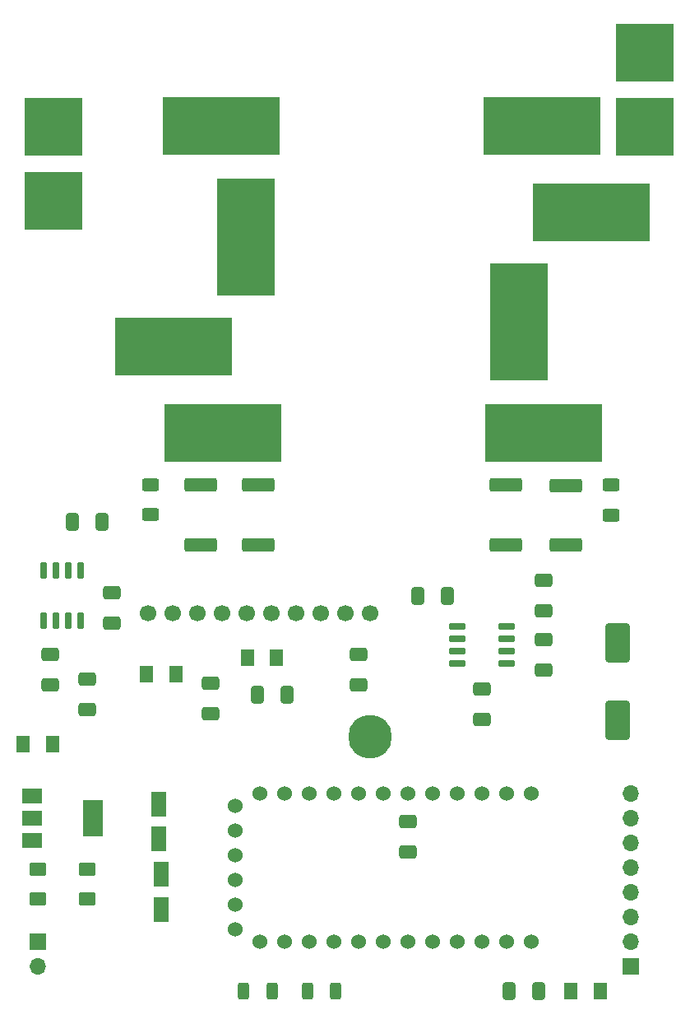
<source format=gbr>
%TF.GenerationSoftware,KiCad,Pcbnew,6.0.2+dfsg-1*%
%TF.CreationDate,2024-07-15T16:46:17+10:00*%
%TF.ProjectId,SWRBridge,53575242-7269-4646-9765-2e6b69636164,2*%
%TF.SameCoordinates,Original*%
%TF.FileFunction,Soldermask,Top*%
%TF.FilePolarity,Negative*%
%FSLAX46Y46*%
G04 Gerber Fmt 4.6, Leading zero omitted, Abs format (unit mm)*
G04 Created by KiCad (PCBNEW 6.0.2+dfsg-1) date 2024-07-15 16:46:17*
%MOMM*%
%LPD*%
G01*
G04 APERTURE LIST*
G04 Aperture macros list*
%AMRoundRect*
0 Rectangle with rounded corners*
0 $1 Rounding radius*
0 $2 $3 $4 $5 $6 $7 $8 $9 X,Y pos of 4 corners*
0 Add a 4 corners polygon primitive as box body*
4,1,4,$2,$3,$4,$5,$6,$7,$8,$9,$2,$3,0*
0 Add four circle primitives for the rounded corners*
1,1,$1+$1,$2,$3*
1,1,$1+$1,$4,$5*
1,1,$1+$1,$6,$7*
1,1,$1+$1,$8,$9*
0 Add four rect primitives between the rounded corners*
20,1,$1+$1,$2,$3,$4,$5,0*
20,1,$1+$1,$4,$5,$6,$7,0*
20,1,$1+$1,$6,$7,$8,$9,0*
20,1,$1+$1,$8,$9,$2,$3,0*%
G04 Aperture macros list end*
%ADD10R,6.000000X12.000000*%
%ADD11R,12.000000X6.000000*%
%ADD12RoundRect,0.250000X-0.650000X0.412500X-0.650000X-0.412500X0.650000X-0.412500X0.650000X0.412500X0*%
%ADD13C,1.700000*%
%ADD14C,4.500000*%
%ADD15C,1.524000*%
%ADD16RoundRect,0.250001X-0.462499X-0.624999X0.462499X-0.624999X0.462499X0.624999X-0.462499X0.624999X0*%
%ADD17RoundRect,0.249999X0.412501X0.650001X-0.412501X0.650001X-0.412501X-0.650001X0.412501X-0.650001X0*%
%ADD18RoundRect,0.249999X-0.650001X0.412501X-0.650001X-0.412501X0.650001X-0.412501X0.650001X0.412501X0*%
%ADD19RoundRect,0.250000X-0.550000X1.050000X-0.550000X-1.050000X0.550000X-1.050000X0.550000X1.050000X0*%
%ADD20RoundRect,0.249999X-0.412501X-0.650001X0.412501X-0.650001X0.412501X0.650001X-0.412501X0.650001X0*%
%ADD21RoundRect,0.250000X1.000000X-1.750000X1.000000X1.750000X-1.000000X1.750000X-1.000000X-1.750000X0*%
%ADD22RoundRect,0.250000X-0.625000X0.462500X-0.625000X-0.462500X0.625000X-0.462500X0.625000X0.462500X0*%
%ADD23R,1.700000X1.700000*%
%ADD24O,1.700000X1.700000*%
%ADD25RoundRect,0.250000X0.625000X-0.462500X0.625000X0.462500X-0.625000X0.462500X-0.625000X-0.462500X0*%
%ADD26RoundRect,0.250000X-0.462500X-0.625000X0.462500X-0.625000X0.462500X0.625000X-0.462500X0.625000X0*%
%ADD27RoundRect,0.250000X0.462500X0.625000X-0.462500X0.625000X-0.462500X-0.625000X0.462500X-0.625000X0*%
%ADD28RoundRect,0.249999X-1.425001X0.450001X-1.425001X-0.450001X1.425001X-0.450001X1.425001X0.450001X0*%
%ADD29RoundRect,0.250000X0.625000X-0.400000X0.625000X0.400000X-0.625000X0.400000X-0.625000X-0.400000X0*%
%ADD30RoundRect,0.249999X1.425001X-0.450001X1.425001X0.450001X-1.425001X0.450001X-1.425001X-0.450001X0*%
%ADD31RoundRect,0.250000X-0.625000X0.400000X-0.625000X-0.400000X0.625000X-0.400000X0.625000X0.400000X0*%
%ADD32RoundRect,0.150000X0.150000X-0.725000X0.150000X0.725000X-0.150000X0.725000X-0.150000X-0.725000X0*%
%ADD33R,2.000000X1.500000*%
%ADD34R,2.000000X3.800000*%
%ADD35RoundRect,0.150000X-0.725000X-0.150000X0.725000X-0.150000X0.725000X0.150000X-0.725000X0.150000X0*%
%ADD36R,6.000000X6.000000*%
%ADD37RoundRect,0.250000X-0.312500X-0.625000X0.312500X-0.625000X0.312500X0.625000X-0.312500X0.625000X0*%
%ADD38RoundRect,0.250000X-0.412500X-0.650000X0.412500X-0.650000X0.412500X0.650000X-0.412500X0.650000X0*%
%ADD39RoundRect,0.250000X0.312500X0.625000X-0.312500X0.625000X-0.312500X-0.625000X0.312500X-0.625000X0*%
G04 APERTURE END LIST*
D10*
%TO.C,T2*%
X146050000Y-81026000D03*
D11*
X110490000Y-83566000D03*
X148590000Y-92456000D03*
X115570000Y-92456000D03*
%TD*%
D12*
%TO.C,C11*%
X129540000Y-115277500D03*
X129540000Y-118402500D03*
%TD*%
D13*
%TO.C,U5*%
X120555000Y-110991500D03*
X118015000Y-110991500D03*
X128175000Y-110991500D03*
X115475000Y-110991500D03*
X112935000Y-110991500D03*
X110395000Y-110991500D03*
X107855000Y-110991500D03*
X130715000Y-110991500D03*
X123095000Y-110991500D03*
X125635000Y-110991500D03*
D14*
X130715000Y-123691500D03*
%TD*%
D15*
%TO.C,U4*%
X121920000Y-144780000D03*
X124460000Y-144780000D03*
X127000000Y-144780000D03*
X129540000Y-144780000D03*
X132080000Y-144780000D03*
X134620000Y-144780000D03*
X137160000Y-144780000D03*
X147320000Y-129540000D03*
X144780000Y-129540000D03*
X142240000Y-129540000D03*
X139700000Y-129540000D03*
X137160000Y-129540000D03*
X132080000Y-129540000D03*
X129540000Y-129540000D03*
X127000000Y-129540000D03*
X124460000Y-129540000D03*
X121920000Y-129540000D03*
X119380000Y-129540000D03*
X116840000Y-130810000D03*
X116840000Y-133350000D03*
X116840000Y-135890000D03*
X116840000Y-138430000D03*
X116840000Y-140970000D03*
X116840000Y-143510000D03*
X119380000Y-144780000D03*
X139700000Y-144780000D03*
X142240000Y-144780000D03*
X144780000Y-144780000D03*
X147320000Y-144780000D03*
X134620000Y-129540000D03*
%TD*%
D12*
%TO.C,C7*%
X114300000Y-118224000D03*
X114300000Y-121349000D03*
%TD*%
D16*
%TO.C,L2*%
X107732500Y-117246500D03*
X110707500Y-117246500D03*
%TD*%
D17*
%TO.C,C1*%
X103162500Y-101600000D03*
X100037500Y-101600000D03*
%TD*%
D18*
%TO.C,C2*%
X97790000Y-115277500D03*
X97790000Y-118402500D03*
%TD*%
D19*
%TO.C,C3*%
X109220000Y-137900000D03*
X109220000Y-141500000D03*
%TD*%
D18*
%TO.C,C4*%
X104140000Y-108927500D03*
X104140000Y-112052500D03*
%TD*%
%TO.C,C5*%
X101600000Y-117817500D03*
X101600000Y-120942500D03*
%TD*%
%TO.C,C6*%
X148590000Y-107657500D03*
X148590000Y-110782500D03*
%TD*%
D19*
%TO.C,C8*%
X108966000Y-130661000D03*
X108966000Y-134261000D03*
%TD*%
D18*
%TO.C,C9*%
X142240000Y-118795000D03*
X142240000Y-121920000D03*
%TD*%
%TO.C,C10*%
X148590000Y-113715000D03*
X148590000Y-116840000D03*
%TD*%
D20*
%TO.C,C12*%
X119087500Y-119380000D03*
X122212500Y-119380000D03*
%TD*%
D17*
%TO.C,C13*%
X148125000Y-149860000D03*
X145000000Y-149860000D03*
%TD*%
D18*
%TO.C,C14*%
X134620000Y-132422500D03*
X134620000Y-135547500D03*
%TD*%
D21*
%TO.C,C15*%
X156210000Y-122046500D03*
X156210000Y-114046500D03*
%TD*%
D22*
%TO.C,D1*%
X96520000Y-137387000D03*
X96520000Y-140362000D03*
%TD*%
D23*
%TO.C,J1*%
X96520000Y-144780000D03*
D24*
X96520000Y-147320000D03*
%TD*%
D23*
%TO.C,J4*%
X157543500Y-147320000D03*
D24*
X157543500Y-144780000D03*
X157543500Y-142240000D03*
X157543500Y-139700000D03*
X157543500Y-137160000D03*
X157543500Y-134620000D03*
X157543500Y-132080000D03*
X157543500Y-129540000D03*
%TD*%
D25*
%TO.C,L1*%
X101600000Y-140362000D03*
X101600000Y-137387000D03*
%TD*%
D26*
%TO.C,L3*%
X95032500Y-124460000D03*
X98007500Y-124460000D03*
%TD*%
D27*
%TO.C,L4*%
X154400000Y-149860000D03*
X151425000Y-149860000D03*
%TD*%
%TO.C,L5*%
X121085000Y-115570000D03*
X118110000Y-115570000D03*
%TD*%
D28*
%TO.C,R1*%
X119189500Y-97851500D03*
X119189500Y-103951500D03*
%TD*%
D29*
%TO.C,R2*%
X108140500Y-100901500D03*
X108140500Y-97801500D03*
%TD*%
D28*
%TO.C,R3*%
X113284000Y-97851500D03*
X113284000Y-103951500D03*
%TD*%
%TO.C,R4*%
X150876000Y-97915000D03*
X150876000Y-104015000D03*
%TD*%
D30*
%TO.C,R5*%
X144716500Y-103951500D03*
X144716500Y-97851500D03*
%TD*%
D31*
%TO.C,R6*%
X155575000Y-97827500D03*
X155575000Y-100927500D03*
%TD*%
D10*
%TO.C,T1*%
X117919500Y-72326500D03*
D11*
X153479500Y-69786500D03*
X115379500Y-60896500D03*
X148399500Y-60896500D03*
%TD*%
D32*
%TO.C,U1*%
X97155000Y-111795000D03*
X98425000Y-111795000D03*
X99695000Y-111795000D03*
X100965000Y-111795000D03*
X100965000Y-106645000D03*
X99695000Y-106645000D03*
X98425000Y-106645000D03*
X97155000Y-106645000D03*
%TD*%
D33*
%TO.C,U2*%
X95910000Y-129780000D03*
X95910000Y-132080000D03*
D34*
X102210000Y-132080000D03*
D33*
X95910000Y-134380000D03*
%TD*%
D35*
%TO.C,U3*%
X139665000Y-112395000D03*
X139665000Y-113665000D03*
X139665000Y-114935000D03*
X139665000Y-116205000D03*
X144815000Y-116205000D03*
X144815000Y-114935000D03*
X144815000Y-113665000D03*
X144815000Y-112395000D03*
%TD*%
D36*
%TO.C,J2*%
X98171000Y-60960000D03*
X98171000Y-68580000D03*
%TD*%
%TO.C,J3*%
X159004000Y-61023500D03*
X159004000Y-53403500D03*
%TD*%
D37*
%TO.C,R7*%
X117725000Y-149860000D03*
X120650000Y-149860000D03*
%TD*%
D38*
%TO.C,C16*%
X135597500Y-109220000D03*
X138722500Y-109220000D03*
%TD*%
D39*
%TO.C,R8*%
X127192500Y-149860000D03*
X124267500Y-149860000D03*
%TD*%
M02*

</source>
